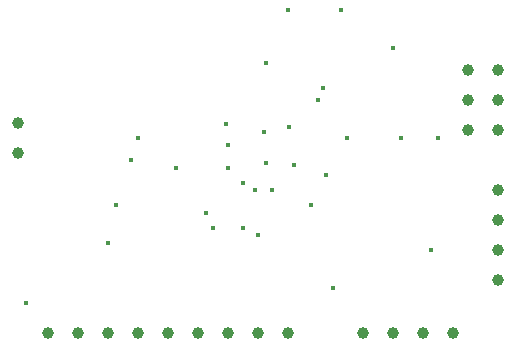
<source format=gbr>
%TF.GenerationSoftware,KiCad,Pcbnew,7.0.10*%
%TF.CreationDate,2024-01-18T02:20:18-05:00*%
%TF.ProjectId,Dattalogger_Board,44617474-616c-46f6-9767-65725f426f61,1*%
%TF.SameCoordinates,Original*%
%TF.FileFunction,Plated,1,2,PTH,Drill*%
%TF.FilePolarity,Positive*%
%FSLAX46Y46*%
G04 Gerber Fmt 4.6, Leading zero omitted, Abs format (unit mm)*
G04 Created by KiCad (PCBNEW 7.0.10) date 2024-01-18 02:20:18*
%MOMM*%
%LPD*%
G01*
G04 APERTURE LIST*
%TA.AperFunction,ViaDrill*%
%ADD10C,0.400000*%
%TD*%
%TA.AperFunction,ComponentDrill*%
%ADD11C,1.000000*%
%TD*%
G04 APERTURE END LIST*
D10*
X132715000Y-88900000D03*
X139700000Y-83820000D03*
X140335000Y-80645000D03*
X141605000Y-76835000D03*
X142240000Y-74930000D03*
X145415000Y-77470000D03*
X147955000Y-81280000D03*
X148590000Y-82550000D03*
X149707224Y-73774393D03*
X149860000Y-75565000D03*
X149860000Y-77470000D03*
X151130000Y-78740000D03*
X151130000Y-82550000D03*
X152130000Y-79375000D03*
X152400000Y-83185000D03*
X152852348Y-74477652D03*
X153035000Y-68580000D03*
X153095798Y-77020000D03*
X153580000Y-79375000D03*
X154940000Y-64135000D03*
X155007762Y-73999965D03*
X155444394Y-77210300D03*
X156845000Y-80645000D03*
X157480000Y-71755000D03*
X157884492Y-70715508D03*
X158115000Y-78105000D03*
X158750000Y-87630000D03*
X159385000Y-64135000D03*
X159925000Y-74930000D03*
X163830000Y-67310000D03*
X164465000Y-74930000D03*
X167005000Y-84455000D03*
X167640000Y-74930000D03*
D11*
%TO.C,BT1*%
X132080000Y-73655000D03*
X132080000Y-76195000D03*
%TO.C,J4*%
X134630000Y-91440000D03*
X137170000Y-91440000D03*
X139710000Y-91440000D03*
X142250000Y-91440000D03*
X144790000Y-91440000D03*
X147330000Y-91440000D03*
X149870000Y-91440000D03*
X152410000Y-91440000D03*
X154950000Y-91440000D03*
%TO.C,J2*%
X161300000Y-91440000D03*
X163840000Y-91440000D03*
X166380000Y-91440000D03*
X168920000Y-91440000D03*
%TO.C,J3*%
X170175000Y-69230000D03*
X170175000Y-71770000D03*
X170175000Y-74310000D03*
X172715000Y-69230000D03*
X172715000Y-71770000D03*
X172715000Y-74310000D03*
%TO.C,J1*%
X172720000Y-79385000D03*
X172720000Y-81925000D03*
X172720000Y-84465000D03*
X172720000Y-87005000D03*
M02*

</source>
